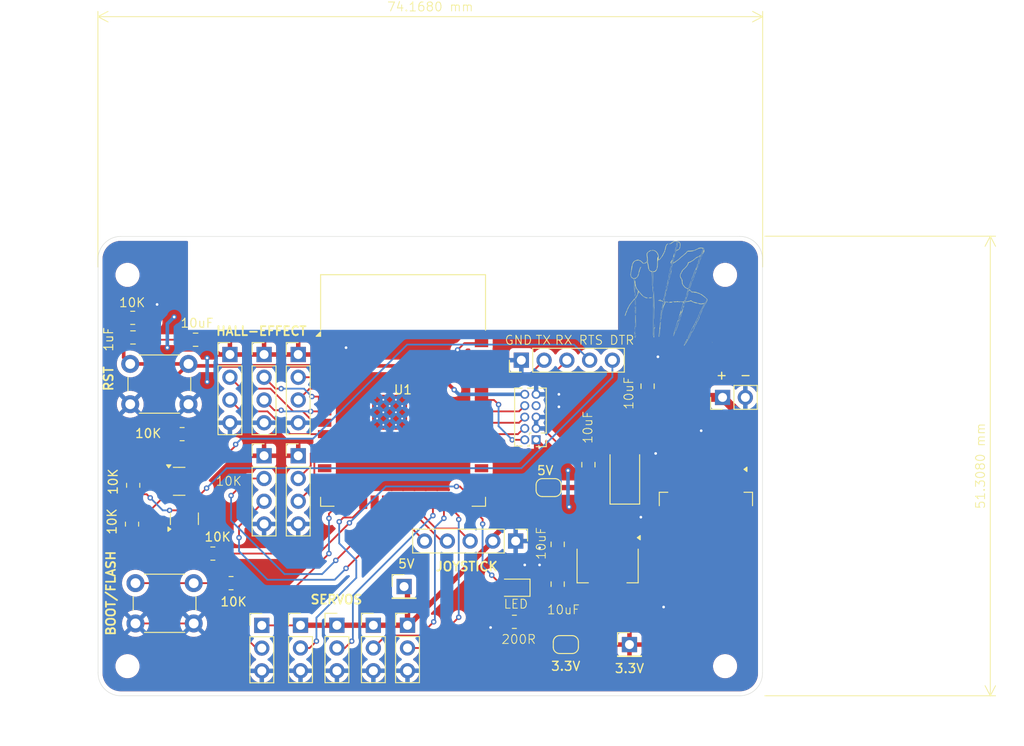
<source format=kicad_pcb>
(kicad_pcb (version 20240108) (generator "pcbnew") (generator_version "8.0")
  (layers (0 "F.Cu" signal) (31 "B.Cu" signal) (34 "B.Paste" user) (35 "F.Paste" user) (36 "B.SilkS" user "B.Silkscreen") (37 "F.SilkS" user "F.Silkscreen") (38 "B.Mask" user) (39 "F.Mask" user) (44 "Edge.Cuts" user))
  (net 0 "")
  (net 1 "GND")
  (net 2 "Net-(BT1-+)")
  (net 3 "/EN")
  (net 4 "+3.3V")
  (net 5 "/RTS")
  (net 6 "+5V")
  (net 7 "/21")
  (net 8 "/ADC0")
  (net 9 "/ADC1")
  (net 10 "/ADC2")
  (net 11 "/ADC3")
  (net 12 "/ADC4")
  (net 13 "/ADC6")
  (net 14 "/ADC5")
  (net 15 "/48")
  (net 16 "/TX")
  (net 17 "/37")
  (net 18 "/36")
  (net 19 "/0ADC")
  (net 20 "/D+")
  (net 21 "/RX")
  (net 22 "/35")
  (net 23 "/45")
  (net 24 "/1ADC")
  (net 25 "/47")
  (net 26 "/D-")
  (net 27 "/DTR")
  (net 28 "/IO42")
  (net 29 "/IO39")
  (net 30 "/ADC7")
  (net 31 "/ADC8")
  (net 32 "/ADC9")
  (net 33 "Net-(D1-K)")
  (net 34 "/3ADC")
  (net 35 "/46")
  (net 36 "/38")
  (net 37 "/7ADC")
  (net 38 "/2ADC")
  (net 39 "/4ADC")
  (net 40 "/5ADC")
  (net 41 "/6ADC")
  (net 42 "Net-(D2-A)")
  (net 43 "/IO41")
  (net 44 "/IO40")
  (net 46 "Net-(Q1-C)")
  (net 47 "Net-(Q1-B)")
  (net 48 "Net-(Q2-E)")
  (net 49 "Net-(Q2-B)")
  (net 50 "/IO0")
  (net 51 "Net-(JP2-A)")
  (net 52 "Net-(D2-K)")
  (footprint "Resistor_SMD:R_0805_2012Metric_Pad1.20x1.40mm_HandSolder" (layer "F.Cu") (at 127.127 103.124)
    (property "Reference" "R4" (hide yes))
    (property "Value" "10k")
  )
  (footprint "MountingHole:MountingHole_2.2mm_M2" (layer "F.Cu") (at 115.57 112.395)
    (property "Reference" "H4" (hide yes))
    (property "Value" "MountingHole")
  )
  (footprint "Connector_PinHeader_2.54mm:PinHeader_1x03_P2.54mm_Vertical" (layer "F.Cu") (at 138.938 107.823)
    (property "Reference" "J3" (hide yes))
    (property "Value" "Conn_01x03_Pin")
  )
  (footprint "Connector_PinHeader_2.54mm:PinHeader_1x03_P2.54mm_Vertical" (layer "F.Cu") (at 134.874 107.823)
    (property "Reference" "J2" (hide yes))
    (property "Value" "Conn_01x03_Pin")
  )
  (footprint "Capacitor_SMD:C_0805_2012Metric_Pad1.18x1.45mm_HandSolder" (layer "F.Cu") (at 163.566 98.788 -90)
    (property "Reference" "C3" (hide yes))
    (property "Value" "10uF")
  )
  (footprint "Connector_PinHeader_2.54mm:PinHeader_1x01_P2.54mm_Vertical" (layer "F.Cu") (at 146.431 103.505)
    (property "Reference" "TP1" (hide yes))
    (property "Value" "TestPoint")
  )
  (footprint "Package_TO_SOT_SMD:TO-263-5_TabPin3" (layer "F.Cu") (at 180.105 97.802 -90)
    (property "Reference" "U3" (hide yes))
    (property "Value" "LM2596S-5")
  )
  (footprint "Connector_PinHeader_2.54mm:PinHeader_1x03_P2.54mm_Vertical" (layer "F.Cu") (at 146.812 107.823)
    (property "Reference" "J5" (hide yes))
    (property "Value" "Conn_01x03_Pin")
  )
  (footprint "Connector_PinHeader_1.27mm:PinHeader_2x05_P1.27mm_Vertical" (layer "F.Cu") (at 161.163 87.122 180)
    (property "Reference" "J7" (hide yes))
    (property "Value" "Conn_ARM_JTAG_SWD_10")
  )
  (footprint "Resistor_SMD:R_0805_2012Metric_Pad1.20x1.40mm_HandSolder" (layer "F.Cu") (at 116.1535 73.503 180)
    (property "Reference" "R1" (hide yes))
    (property "Value" "10k")
  )
  (footprint "Resistor_SMD:R_0805_2012Metric_Pad1.20x1.40mm_HandSolder" (layer "F.Cu") (at 116.205 92.202 90)
    (property "Reference" "R2" (hide yes))
    (property "Value" "10k")
  )
  (footprint "Connector_PinHeader_2.54mm:PinHeader_1x04_P2.54mm_Vertical" (layer "F.Cu") (at 134.62 88.9)
    (property "Reference" "J16" (hide yes))
    (property "Value" "Conn_01x04_Pin")
  )
  (footprint "Resistor_SMD:R_0805_2012Metric_Pad1.20x1.40mm_HandSolder" (layer "F.Cu") (at 116.078 96.536 -90)
    (property "Reference" "R3" (hide yes))
    (property "Value" "10k")
  )
  (footprint "Resistor_SMD:R_0805_2012Metric_Pad1.20x1.40mm_HandSolder" (layer "F.Cu") (at 125.095 99.822)
    (property "Reference" "R9" (hide yes))
    (property "Value" "10k")
  )
  (footprint "Capacitor_SMD:C_0805_2012Metric_Pad1.18x1.45mm_HandSolder" (layer "F.Cu") (at 166.995 89.898 -90)
    (property "Reference" "C6" (hide yes))
    (property "Value" "10uF")
  )
  (footprint "MountingHole:MountingHole_2.2mm_M2" (layer "F.Cu") (at 115.57 68.707)
    (property "Reference" "H2" (hide yes))
    (property "Value" "MountingHole")
  )
  (footprint "Jumper:SolderJumper-2_P1.3mm_Open_RoundedPad1.0x1.5mm" (layer "F.Cu") (at 164.48 109.982)
    (property "Reference" "JP2" (hide yes))
    (property "Value" "SolderJumper_2_Open")
  )
  (footprint "Connector_PinHeader_2.54mm:PinHeader_1x04_P2.54mm_Vertical" (layer "F.Cu") (at 134.62 77.597)
    (property "Reference" "J12" (hide yes))
    (property "Value" "Conn_01x04_Pin")
  )
  (footprint "Connector_PinHeader_2.54mm:PinHeader_1x03_P2.54mm_Vertical" (layer "F.Cu") (at 130.556 107.838)
    (property "Reference" "J1" (hide yes))
    (property "Value" "Conn_01x03_Pin")
  )
  (footprint "Connector_PinHeader_2.54mm:PinHeader_1x05_P2.54mm_Vertical" (layer "F.Cu") (at 158.877 98.425 -90)
    (property "Reference" "J11" (hide yes))
    (property "Value" "Conn_01x05_Pin")
  )
  (footprint "Button_Switch_THT:SW_PUSH_6mm" (layer "F.Cu") (at 115.876 78.649)
    (property "Reference" "SW2" (hide yes))
    (property "Value" "SW_Push")
  )
  (footprint "Jumper:SolderJumper-2_P1.3mm_Open_RoundedPad1.0x1.5mm" (layer "F.Cu") (at 162.56 92.456 180)
    (property "Reference" "JP1" (hide yes))
    (property "Value" "SolderJumper_2_Open")
  )
  (footprint "MountingHole:MountingHole_2.2mm_M2" (layer "F.Cu") (at 182.245 112.395)
    (property "Reference" "H3" (hide yes))
    (property "Value" "MountingHole")
  )
  (footprint "Connector_PinHeader_2.54mm:PinHeader_1x03_P2.54mm_Vertical" (layer "F.Cu") (at 143.002 107.823)
    (property "Reference" "J4" (hide yes))
    (property "Value" "Conn_01x03_Pin")
  )
  (footprint "Package_TO_SOT_SMD:SOT-223-3_TabPin2" (layer "F.Cu") (at 169.14 101.176 -90)
    (property "Reference" "U2" (hide yes))
    (property "Value" "AMS1117-3.3")
  )
  (footprint "Demo:lo" (layer "F.Cu") (at 175.895 70.739)
    (property "Reference" "G***" (hide yes))
    (property "Value" "LOGO" (hide yes))
  )
  (footprint "Resistor_SMD:R_0805_2012Metric_Pad1.20x1.40mm_HandSolder" (layer "F.Cu") (at 158.734 107.442 180)
    (property "Reference" "R5" (hide yes))
    (property "Value" "200")
  )
  (footprint "RF_Module:ESP32-S3-WROOM-1" (layer "F.Cu") (at 146.317 81.587)
    (property "Reference" "U1")
    (property "Value" "ESP32-S3-WROOM-1")
  )
  (footprint "Capacitor_SMD:C_0805_2012Metric_Pad1.18x1.45mm_HandSolder" (layer "F.Cu") (at 123.1685 75.946)
    (property "Reference" "C7" (hide yes))
    (property "Value" "10uF")
  )
  (footprint "Connector_PinHeader_2.54mm:PinHeader_1x04_P2.54mm_Vertical" (layer "F.Cu") (at 130.81 88.9)
    (property "Reference" "J13" (hide yes))
    (property "Value" "Conn_01x04_Pin")
  )
  (footprint "MountingHole:MountingHole_2.2mm_M2" (layer "F.Cu") (at 182.245 68.707)
    (property "Reference" "H1" (hide yes))
    (property "Value" "MountingHole")
  )
  (footprint "Diode_SMD:D_SMA" (layer "F.Cu") (at 171.059 90.787 90)
    (property "Reference" "D2" (hide yes))
    (property "Value" "D_Schottky")
  )
  (footprint "Connector_PinHeader_2.54mm:PinHeader_1x01_P2.54mm_Vertical" (layer "F.Cu") (at 171.577 109.982)
    (property "Reference" "TP2" (hide yes))
    (property "Value" "TestPoint")
  )
  (footprint "Package_TO_SOT_SMD:SOT-23" (layer "F.Cu") (at 121.92 95.9335 90)
    (property "Reference" "Q2" (hide yes))
    (property "Value" "SS8050")
  )
  (footprint "Connector_PinHeader_2.54mm:PinHeader_1x05_P2.54mm_Vertical" (layer "F.Cu") (at 159.512 78.232 90)
    (property "Reference" "J6" (hide yes))
    (property "Value" "Conn_01x05_Pin")
  )
  (footprint "Connector_PinHeader_2.54mm:PinHeader_1x04_P2.54mm_Vertical" (layer "F.Cu") (at 130.81 77.597)
    (property "Reference" "J14" (hide yes))
    (property "Value" "Conn_01x04_Pin")
  )
  (footprint "Capacitor_SMD:C_0805_2012Metric_Pad1.18x1.45mm_HandSolder" (layer "F.Cu") (at 173.599 81.135 90)
    (property "Reference" "C5" (hide yes))
    (property "Value" "10uF")
  )
  (footprint "LED_SMD:LED_0805_2012Metric_Pad1.15x1.40mm_HandSolder" (layer "F.Cu") (at 158.623 103.632 180)
    (property "Reference" "D1" (hide yes))
    (property "Value" "LED")
  )
  (footprint "Capacitor_SMD:C_0805_2012Metric_Pad1.18x1.45mm_HandSolder" (layer "F.Cu") (at 116.1835 75.692 180)
    (property "Reference" "C1" (hide yes))
    (property "Value" "1uF")
  )
  (footprint "Connector_PinHeader_2.54mm:PinHeader_1x04_P2.54mm_Vertical" (layer "F.Cu") (at 127 77.597)
    (property "Reference" "J15" (hide yes))
    (property "Value" "Conn_01x04_Pin")
  )
  (footprint "Button_Switch_THT:SW_PUSH_6mm" (layer "F.Cu") (at 116.459 103.124)
    (property "Reference" "SW1" (hide yes))
    (property "Value" "SW_Push")
  )
  (footprint "Package_TO_SOT_SMD:SOT-23" (layer "F.Cu") (at 121.3335 91.755)
    (property "Reference" "Q1" (hide yes))
    (property "Value" "SS8050")
  )
  (footprint "Connector_PinHeader_2.54mm:PinHeader_1x02_P2.54mm_Vertical" (layer "F.Cu") (at 181.964 82.385 90)
    (property "Reference" "+")
    (property "Value" "2S LiPo 7.4V 2000mAh")
  )
  (footprint "Resistor_SMD:R_0805_2012Metric_Pad1.20x1.40mm_HandSolder" (layer "F.Cu") (at 121.666 86.487 180)
    (property "Reference" "R8" (hide yes))
    (property "Value" "10k")
  )
  (footprint "Capacitor_SMD:C_0805_2012Metric_Pad1.18x1.45mm_HandSolder" (layer "F.Cu") (at 163.566 103.233 90)
    (property "Reference" "C2" (hide yes))
    (property "Value" "10uF")
  )
  (gr_line (start 186.417952 66.931065) (end 186.417952 113.157) (stroke (width 0.05)) (layer "Edge.Cuts"))
  (gr_line (start 114.825986 64.41335) (end 183.896 64.41335) (stroke (width 0.05)) (layer "Edge.Cuts"))
  (gr_arc (start 112.285987 66.929) (mid 113.038524 65.148704) (end 114.825986 64.41335) (stroke (width 0.05)) (layer "Edge.Cuts"))
  (gr_line (start 112.285987 113.157) (end 112.285987 66.929) (stroke (width 0.05)) (layer "Edge.Cuts"))
  (gr_arc (start 114.808 115.697) (mid 113.023584 114.946703) (end 112.285987 113.157) (stroke (width 0.05)) (layer "Edge.Cuts"))
  (gr_line (start 183.896 115.697) (end 114.808 115.697) (stroke (width 0.05)) (layer "Edge.Cuts"))
  (gr_arc (start 183.896 64.41335) (mid 185.679031 65.149273) (end 186.417952 66.931065) (stroke (width 0.05)) (layer "Edge.Cuts"))
  (gr_arc (start 186.41993 113.160238) (mid 185.685037 114.953025) (end 183.896 115.697) (stroke (width 0.05)) (layer "Edge.Cuts"))
  (gr_text "JOYSTICK" (at 149.86 101.854 0) (layer "F.SilkS") (effects (font (size 1 1) (thickness 0.2) (bold yes)) (justify left bottom)))
  (gr_text "10K" (at 114.554 93.345 90) (layer "F.SilkS") (effects (font (size 1 1)) (justify left bottom)))
  (gr_text "10uF" (at 162.306 100.584 90) (layer "F.SilkS") (effects (font (size 1 1) (thickness 0.1)) (justify left bottom)))
  (gr_text "10K\n" (at 125.349 92.329 0) (layer "F.SilkS") (effects (font (size 1 1) (thickness 0.1)) (justify left bottom)))
  (gr_text "10uF" (at 167.513 87.63 90) (layer "F.SilkS") (effects (font (size 1 1) (thickness 0.1)) (justify left bottom)))
  (gr_text "200R" (at 157.226 109.982 0) (layer "F.SilkS") (effects (font (size 1 1) (thickness 0.1)) (justify left bottom)))
  (gr_text "RX\n" (at 163.195 76.581 0) (layer "F.SilkS") (effects (font (size 1 1) (thickness 0.1)) (justify left bottom)))
  (gr_text "10K" (at 114.554 72.39 0) (layer "F.SilkS") (effects (font (size 1 1) (thickness 0.125)) (justify left bottom)))
  (gr_text "GND\n" (at 157.607 76.581 0) (layer "F.SilkS") (effects (font (size 1 1) (thickness 0.1)) (justify left bottom)))
  (gr_text "RST\n" (at 114.046 81.788 90) (layer "F.SilkS") (effects (font (size 1 1) (thickness 0.2) (bold yes)) (justify left bottom)))
  (gr_text "RTS\n" (at 165.862 76.581 0) (layer "F.SilkS") (effects (font (size 1 1) (thickness 0.1)) (justify left bottom)))
  (gr_text "3.3V" (at 164.465 112.395 0) (layer "F.SilkS") (effects (font (size 1 1))))
  (gr_text "BOOT/FLASH" (at 114.3 109.093 90) (layer "F.SilkS") (effects (font (size 1 1) (thickness 0.2) (bold yes)) (justify left bottom)))
  (gr_text "10K" (at 125.857 105.791 0) (layer "F.SilkS") (effects (font (size 1 1)) (justify left bottom)))
  (gr_text "-\n" (at 184.531 79.883 0) (layer "F.SilkS") (effects (font (size 1 1))))
  (gr_text "DTR\n" (at 169.291 76.581 0) (layer "F.SilkS") (effects (font (size 1 1) (thickness 0.1)) (justify left bottom)))
  (gr_text "10K" (at 124.079 98.552 0) (layer "F.SilkS") (effects (font (size 1 1)) (justify left bottom)))
  (gr_text "1uF\n" (at 114.046 77.343 90) (layer "F.SilkS") (effects (font (size 1 1) (thickness 0.125)) (justify left bottom)))
  (gr_text "10uF" (at 172.085 83.82 90) (layer "F.SilkS") (effects (font (size 1 1) (thickness 0.1)) (justify left bottom)))
  (gr_text "5V" (at 146.685 100.965 0) (layer "F.SilkS") (effects (font (size 1 1))))
  (gr_text "10K" (at 114.427 97.79 90) (layer "F.SilkS") (effects (font (size 1 1)) (justify left bottom)))
  (gr_text "10uF" (at 121.412 74.676 0) (layer "F.SilkS") (effects (font (size 1 1) (thickness 0.125)) (justify left bottom)))
  (gr_text "LED" (at 157.48 106.045 0) (layer "F.SilkS") (effects (font (size 1 1) (thickness 0.1)) (justify left bottom)))
  (gr_text "10K" (at 116.332 86.995 0) (layer "F.SilkS") (effects (font (size 1 1)) (justify left bottom)))
  (gr_text "HALL-EFFECT\n" (at 125.349 75.565 0) (layer "F.SilkS") (effects (font (size 1 1) (thickness 0.2) (bold yes)) (justify left bottom)))
  (gr_text "SERVOS" (at 135.89 105.537 0) (layer "F.SilkS") (effects (font (size 1 1) (thickness 0.2) (bold yes)) (justify left bottom)))
  (gr_text "10uF" (at 162.306 106.68 0) (layer "F.SilkS") (effects (font (size 1 1) (thickness 0.1)) (justify left bottom)))
  (gr_text "3.3V" (at 171.577 112.649 0) (layer "F.SilkS") (effects (font (size 1 1))))
  (gr_text "TX\n" (at 161.036 76.581 0) (layer "F.SilkS") (effects (font (size 1 1) (thickness 0.1)) (justify left bottom)))
  (gr_text "5V" (at 162.179 90.551 0) (layer "F.SilkS") (effects (font (size 1 1))))
  (dimension (type aligned) (layer "F.SilkS") (pts (xy 186.436 68.326) (xy 112.268 68.326)) (height 28.447999) (gr_text "74.1680 mm" (at 149.352 38.778001 0) (layer "F.SilkS") (effects (font (size 1 1) (thickness 0.1)))) (format (prefix "") (suffix "") (units 3) (units_format 1) (precision 4)) (style (thickness 0.1) (arrow_length 1.27) (text_position_mode 0) (extension_height 0.58642) (extension_offset 0.5) keep_text_aligned))
  (dimension (type aligned) (layer "F.SilkS") (pts (xy 186.182 64.389) (xy 186.182 115.697)) (height -25.654) (gr_text "51.3080 mm" (at 210.736 90.043 90) (layer "F.SilkS") (effects (font (size 1 1) (thickness 0.1)))) (format (prefix "") (suffix "") (units 3) (units_format 1) (precision 4)) (style (thickness 0.1) (arrow_length 1.27) (text_position_mode 0) (extension_height 0.58642) (extension_offset 0.5) keep_text_aligned))
  (segment (start 177.33 101.727) (end 177.33 103.848) (width 0.2) (layer "F.Cu") (net 1))
  (segment (start 117.475 75.946) (end 122.131 75.946) (width 0.2) (layer "F.Cu") (net 1))
  (segment (start 161.163 82.042) (end 163.703 82.042) (width 0.2) (layer "F.Cu") (net 1))
  (segment (start 176.705 90.152) (end 175.199 88.646) (width 0.2) (layer "F.Cu") (net 1))
  (segment (start 153.162 76.327) (end 152.4 77.089) (width 0.2) (layer "F.Cu") (net 1))
  (segment (start 163.566 99.8255) (end 162.1825 99.8255) (width 0.2) (layer "F.Cu") (net 1))
  (segment (start 137.567 76.327) (end 139.446 76.327) (width 0.2) (layer "F.Cu") (net 1))
  (segment (start 173.599 80.0975) (end 173.599 79.004) (width 0.2) (layer "F.Cu") (net 1))
  (segment (start 162.1825 99.8255) (end 161.544 99.187) (width 0.2) (layer "F.Cu") (net 1))
  (segment (start 171.44 98.026) (end 171.44 97.165) (width 0.2) (layer "F.Cu") (net 1))
  (segment (start 161.9115 85.852) (end 161.163 85.852) (width 0.2) (layer "F.Cu") (net 1))
  (segment (start 162.6475 102.1955) (end 161.544 101.092) (width 0.2) (layer "F.Cu") (net 1))
  (segment (start 161.163 85.852) (end 161.163 84.582) (width 0.2) (layer "F.Cu") (net 1))
  (segment (start 163.566 102.1955) (end 162.6475 102.1955) (width 0.2) (layer "F.Cu") (net 1))
  (segment (start 146.797 112.918) (end 146.812 112.903) (width 0.2) (layer "F.Cu") (net 1))
  (segment (start 171.44 97.165) (end 172.847 95.758) (width 0.2) (layer "F.Cu") (net 1))
  (segment (start 175.925 90.932) (end 174.117 90.932) (width 0.2) (layer "F.Cu") (net 1))
  (segment (start 173.599 79.004) (end 174.752 77.851) (width 0.2) (layer "F.Cu") (net 1))
  (segment (start 130.556 112.918) (end 146.797 112.918) (width 0.2) (layer "F.Cu") (net 1))
  (segment (start 158.877 98.425) (end 158.877 100.076) (width 0.2) (layer "F.Cu") (net 1))
  (segment (start 118.872 74.041) (end 118.872 72.009) (width 0.2) (layer "F.Cu") (net 1))
  (segment (start 162.56 84.582) (end 163.703 83.439) (width 0.2) (layer "F.Cu") (net 1))
  (segment (start 174.117 90.932) (end 174.1135 90.9355) (width 0.2) (layer "F.Cu") (net 1))
  (segment (start 180.105 86.633) (end 179.578 86.106) (width 0.2) (layer "F.Cu") (net 1))
  (segment (start 139.446 76.327) (end 139.954 76.835) (width 0.2) (layer "F.Cu") (net 1))
  (segment (start 156.718 107.442) (end 156.083 108.077) (width 0.2) (layer "F.Cu") (net 1))
  (segment (start 174.1135 90.9355) (end 166.995 90.9355) (width 0.2) (layer "F.Cu") (net 1))
  (segment (start 175.199 88.646) (end 174.498 88.646) (width 0.2) (layer "F.Cu") (net 1))
  (segment (start 161.163 84.582) (end 162.56 84.582) (width 0.2) (layer "F.Cu") (net 1))
  (segment (start 180.105 90.152) (end 180.105 86.633) (width 0.2) (layer "F.Cu") (net 1))
  (segment (start 177.33 103.848) (end 175.387 105.791) (width 0.2) (layer "F.Cu") (net 1))
  (segment (start 117.221 75.692) (end 117.475 75.946) (width 0.2) (layer "F.Cu") (net 1))
  (segment (start 155.067 76.327) (end 153.162 76.327) (width 0.2) (layer "F.Cu") (net 1))
  (segment (start 176.705 90.152) (end 175.925 90.932) (width 0.2) (layer "F.Cu") (net 1))
  (segment (start 157.734 107.442) (end 156.718 107.442) (width 0.2) (layer "F.Cu") (net 1))
  (segment (start 158.877 100.076) (end 159.893 101.092) (width 0.2) (layer "F.Cu") (net 1))
  (segment (start 116.459 107.624) (end 122.959 107.624) (width 0.2) (layer "F.Cu") (net 1))
  (segment (start 166.995 90.9355) (end 161.9115 85.852) (width 0.2) (layer "F.Cu") (net 1))
  (segment (start 117.221 75.692) (end 118.872 74.041) (width 0.2) (layer "F.Cu") (net 1))
  (via (at 175.387 105.791) (size 0.6) (drill 0.3) (layers "F.Cu" "B.Cu") (net 1))
  (via (at 152.4 77.089) (size 0.6) (drill 0.3) (layers "F.Cu" "B.Cu") (net 1))
  (via (at 118.872 72.009) (size 0.6) (drill 0.3) (layers "F.Cu" "B.Cu") (net 1))
  (via (at 161.544 99.187) (size 0.6) (drill 0.3) (layers "F.Cu" "B.Cu") (net 1))
  (via (at 139.954 76.835) (size 0.6) (drill 0.3) (layers "F.Cu" "B.Cu") (net 1))
  (via (at 172.847 95.758) (size 0.6) (drill 0.3) (layers "F.Cu" "B.Cu") (net 1))
  (via (at 159.893 101.092) (size 0.6) (drill 0.3) (layers "F.Cu" "B.Cu") (net 1))
  (via (at 156.083 108.077) (size 0.6) (drill 0.3) (layers "F.Cu" "B.Cu") (net 1))
  (via (at 163.703 82.042) (size 0.6) (drill 0.3) (layers "F.Cu" "B.Cu") (net 1))
  (via (at 163.703 83.439) (size 0.6) (drill 0.3) (layers "F.Cu" "B.Cu") (net 1))
  (via (at 174.498 88.646) (size 0.6) (drill 0.3) (layers "F.Cu" "B.Cu") (net 1))
  (via (at 174.752 77.851) (size 0.6) (drill 0.3) (layers "F.Cu" "B.Cu") (net 1))
  (via (at 161.544 101.092) (size 0.6) (drill 0.3) (layers "F.Cu" "B.Cu") (net 1))
  (via (at 179.578 86.106) (size 0.6) (drill 0.3) (layers "F.Cu" "B.Cu") (net 1))
  (segment (start 173.8115 82.385) (end 173.599 82.1725) (width 1) (layer "F.Cu") (net 2))
  (segment (start 181.964 82.385) (end 173.8115 82.385) (width 1) (layer "F.Cu") (net 2))
  (segment (start 183.505 83.926) (end 183.505 90.152) (width 1) (layer "F.Cu") (net 2))
  (segment (start 181.964 82.385) (end 183.505 83.926) (width 1) (layer "F.Cu") (net 2))
  (segment (start 115.1535 75.6845) (end 115.146 75.692) (width 0.4) (layer "F.Cu") (net 3))
  (segment (start 115.146 77.919) (end 115.876 78.649) (width 0.4) (layer "F.Cu") (net 3))
  (segment (start 120.666 86.487) (end 120.666 80.359) (width 0.4) (layer "F.Cu") (net 3))
  (segment (start 120.666 80.359) (end 122.376 78.649) (width 0.4) (layer "F.Cu") (net 3))
  (segment (start 137.567 78.867) (end 149.352 78.867) (width 0.4) (layer "F.Cu") (net 3))
  (segment (start 115.1535 73.503) (end 115.1535 75.6845) (width 0.4) (layer "F.Cu") (net 3))
  (segment (start 149.352 78.867) (end 152.019 81.534) (width 0.4) (layer "F.Cu") (net 3))
  (segment (start 122.376 78.649) (end 115.876 78.649) (width 0.4) (layer "F.Cu") (net 3))
  (segment (start 122.376 78.649) (end 122.594 78.867) (width 0.4) (layer "F.Cu") (net 3))
  (segment (start 115.146 75.692) (end 115.146 77.919) (width 0.4) (layer "F.Cu") (net 3))
  (segment (start 122.594 78.867) (end 137.567 78.867) (width 0.4) (layer "F.Cu") (net 3))
  (via (at 152.019 81.534) (size 0.6) (drill 0.3) (layers "F.Cu" "B.Cu") (net 3))
  (segment (start 152.527 82.042) (end 159.893 82.042) (width 0.4) (layer "B.Cu") (net 3))
  (segment (start 152.019 81.534) (end 152.527 82.042) (width 0.4) (layer "B.Cu") (net 3))
  (segment (start 123.081 77.071) (end 120.251 77.071) (width 0.4) (layer "F.Cu") (net 4))
  (segment (start 124.206 75.946) (end 124.206 77.724) (width 0.4) (layer "F.Cu") (net 4))
  (segment (start 120.251 77.071) (end 120.015 76.835) (width 0.4) (layer "F.Cu") (net 4))
  (segment (start 124.206 75.946) (end 125.857 77.597) (width 0.4) (layer "F.Cu") (net 4))
  (segment (start 124.206 75.946) (end 123.081 77.071) (width 0.4) (layer "F.Cu") (net 4))
  (segment (start 134.62 88.9) (end 130.81 88.9) (width 0.4) (layer "F.Cu") (net 4))
  (segment (start 164.592 90.551) (end 164.719 90.551) (width 0.4) (layer "F.Cu") (net 4))
  (segment (start 161.163 87.122) (end 164.592 90.551) (width 0.4) (layer "F.Cu") (net 4))
  (segment (start 125.857 77.597) (end 137.567 77.597) (width 0.4) (layer "F.Cu") (net 4))
  (segment (start 124.206 77.724) (end 124.46 77.978) (width 0.4) (layer "F.Cu") (net 4))
  (via (at 120.777 73.406) (size 0.6) (drill 0.3) (layers "F.Cu" "B.Cu") (net 4))
  (via (at 164.846 94.615) (size 0.6) (drill 0.3) (layers "F.Cu" "B.Cu") (net 4))
  (via (at 124.46 77.978) (size 0.6) (drill 0.3) (layers "F.Cu" "B.Cu") (net 4))
  (via (at 124.46 80.645) (size 0.6) (drill 0.3) (layers "F.Cu" "B.Cu") (net 4))
  (via (at 164.719 90.551) (size 0.6) (drill 0.3) (layers "F.Cu" "B.Cu") (net 4))
  (via (at 120.015 76.835) (size 0.6) (drill 0.3) (layers "F.Cu" "B.Cu") (net 4))
  (segment (start 120.015 74.168) (end 120.015 76.835) (width 0.4) (layer "B.Cu") (net 4))
  (segment (start 124.46 77.978) (end 124.46 80.645) (width 0.4) (layer "B.Cu") (net 4))
  (segment (start 164.719 94.488) (end 164.846 94.615) (width 0.4) (layer "B.Cu") (net 4))
  (segment (start 120.777 73.406) (end 120.015 74.168) (width 0.4) (layer "B.Cu") (net 4))
  (segment (start 164.719 90.551) (end 164.719 94.488) (width 0.4) (layer "B.Cu") (net 4))
  (segment (start 122.699052 92.705) (end 127.635 87.769052) (width 0.2) (layer "F.Cu") (net 5))
  (segment (start 120.396 92.705) (end 122.699052 92.705) (width 0.2) (layer "F.Cu") (net 5))
  (segment (start 117.565 95.536) (end 120.396 92.705) (width 0.2) (layer "F.Cu") (net 5))
  (segment (start 127.635 87.769052) (end 127.635 87.63) (width 0.2) (layer "F.Cu") (net 5))
  (segment (start 116.078 95.536) (end 117.565 95.536) (width 0.2) (layer "F.Cu") (net 5))
  (via (at 127.635 87.63) (size 0.6) (drill 0.3) (layers "F.Cu" "B.Cu") (net 5))
  (segment (start 136.271 86.995) (end 146.777 76.489) (width 0.2) (layer "B.Cu") (net 5))
  (segment (start 128.27 86.995) (end 136.271 86.995) (width 0.2) (layer "B.Cu") (net 5))
  (segment (start 127.635 87.63) (end 128.27 86.995) (width 0.2) (layer "B.Cu") (net 5))
  (segment (start 165.389 76.489) (end 167.132 78.232) (width 0.2) (layer "B.Cu") (net 5))
  (segment (start 146.777 76.489) (end 165.389 76.489) (width 0.2) (layer "B.Cu") (net 5))
  (segment (start 146.812 103.886) (end 146.431 103.505) (width 0.6) (layer "F.Cu") (net 6))
  (segment (start 156.337 98.425) (end 146.939 107.823) (width 0.6) (layer "F.Cu") (net 6))
  (segment (start 166.84 98.026) (end 163.8415 98.026) (width 0.6) (layer "F.Cu") (net 6))
  (segment (start 143.002 107.823) (end 138.938 107.823) (width 0.6) (layer "F.Cu") (net 6))
  (segment (start 146.812 107.823) (end 143.002 107.823) (width 0.6) (layer "F.Cu") (net 6))
  (segment (start 130.556 107.838) (end 134.859 107.838) (width 0.2) (layer "F.Cu") (net 6))
  (segment (start 146.812 107.823) (end 146.812 103.886) (width 0.6) (layer "F.Cu") (net 6))
  (segment (start 161.91 92.456) (end 161.91 96.0945) (width 0.6) (layer "F.Cu") (net 6))
  (segment (start 146.939 107.823) (end 146.812 107.823) (width 0.6) (layer "F.Cu") (net 6))
  (segment (start 134.859 107.838) (end 134.874 107.823) (width 0.2) (layer "F.Cu") (net 6))
  (segment (start 161.91 96.0945) (end 163.566 97.7505) (width 0.6) (layer "F.Cu") (net 6))
  (segment (start 138.938 107.823) (end 134.874 107.823) (width 0.6) (layer "F.Cu") (net 6))
  (segment (start 161.91 92.456) (end 156.337 98.029) (width 0.6) (layer "F.Cu") (net 6))
  (segment (start 156.337 98.029) (end 156.337 98.425) (width 0.6) (layer "F.Cu") (net 6))
  (segment (start 138.938 110.363) (end 139.827 110.363) (width 0.2) (layer "F.Cu") (net 7))
  (segment (start 149.649265 94.244265) (end 149.492 94.087) (width 0.2) (layer "F.Cu") (net 7))
  (segment (start 139.827 110.363) (end 140.589 109.601) (width 0.2) (layer "F.Cu") (net 7))
  (segment (start 149.649265 95.587735) (end 149.649265 94.244265) (width 0.2) (layer "F.Cu") (net 7))
  (via (at 140.589 109.601) (size 0.6) (drill 0.3) (layers "F.Cu" "B.Cu") (net 7))
  (via (at 149.649265 95.587735) (size 0.6) (drill 0.3) (layers "F.Cu" "B.Cu") (net 7))
  (segment (start 140.716 109.474) (end 140.589 109.601) (width 0.2) (layer "B.Cu") (net 7))
  (segment (start 149.649265 95.587735) (end 140.716 104.521) (width 0.2) (layer "B.Cu") (net 7))
  (segment (start 140.716 104.521) (end 140.716 109.474) (width 0.2) (layer "B.Cu") (net 7))
  (segment (start 129.936 110.378) (end 130.556 110.378) (width 0.2) (layer "F.Cu") (net 10))
  (segment (start 138.049 95.885) (end 138.049 95.37) (width 0.2) (layer "F.Cu") (net 10))
  (segment (start 128.397 108.839) (end 129.936 110.378) (width 0.2) (layer "F.Cu") (net 10))
  (segment (start 133.223 104.648) (end 130.175 104.648) (width 0.2) (layer "F.Cu") (net 10))
  (segment (start 128.397 106.426) (end 128.397 108.839) (width 0.2) (layer "F.Cu") (net 10))
  (segment (start 130.175 104.648) (end 128.397 106.426) (width 0.2) (layer "F.Cu") (net 10))
  (segment (start 138.049 95.37) (end 139.332 94.087) (width 0.2) (layer "F.Cu") (net 10))
  (segment (start 138.049 99.822) (end 133.223 104.648) (width 0.2) (layer "F.Cu") (net 10))
  (via (at 138.049 95.885) (size 0.6) (drill 0.3) (layers "F.Cu" "B.Cu") (net 10))
  (via (at 138.049 99.822) (size 0.6) (drill 0.3) (layers "F.Cu" "B.Cu") (net 10))
  (segment (start 138.049 99.822) (end 138.049 95.885) (width 0.2) (layer "B.Cu") (net 10))
  (segment (start 134.62 80.137) (end 137.567 80.137) (width 0.2) (layer "F.Cu") (net 11))
  (segment (start 134.62 82.677) (end 135.89 81.407) (width 0.2) (layer "F.Cu") (net 12))
  (segment (start 135.89 81.407) (end 137.567 81.407) (width 0.2) (layer "F.Cu") (net 12))
  (segment (start 131.953 83.82) (end 132.715 83.82) (width 0.2) (layer "F.Cu") (net 13))
  (segment (start 130.81 82.677) (end 131.953 83.82) (width 0.2) (layer "F.Cu") (net 13))
  (segment (start 136.017 83.947) (end 137.567 83.947) (width 0.2) (layer "F.Cu") (net 13))
  (via (at 136.017 83.947) (size 0.6) (drill 0.3) (layers "F.Cu" "B.Cu") (net 13))
  (via (at 132.715 83.82) (size 0.6) (drill 0.3) (layers "F.Cu" "B.Cu") (net 13))
  (segment (start 132.715 83.82) (end 132.842 83.947) (width 0.2) (layer "B.Cu") (net 13))
  (segment (start 132.842 83.947) (end 136.017 83.947) (width 0.2) (layer "B.Cu") (net 13))
  (segment (start 130.81 80.137) (end 132.08 81.407) (width 0.2) (layer "F.Cu") (net 14))
  (segment (start 137.186 82.296) (end 137.567 82.677) (width 0.2) (layer "F.Cu") (net 14))
  (segment (start 136.144 82.296) (end 137.186 82.296) (width 0.2) (layer "F.Cu") (net 14))
  (segment (start 132.08 81.407) (end 132.715 81.407) (width 0.2) (layer "F.Cu") (net 14))
  (via (at 136.144 82.296) (size 0.6) (drill 0.3) (layers "F.Cu" "B.Cu") (net 14))
  (via (at 132.715 81.407) (size 0.6) (drill 0.3) (layers "F.Cu" "B.Cu") (net 14))
  (segment (start 135.255 81.407) (end 136.144 82.296) (width 0.2) (layer "B.Cu") (net 14))
  (segment (start 132.715 81.407) (end 135.255 81.407) (width 0.2) (layer "B.Cu") (net 14))
  (segment (start 152.527 95.631) (end 152.032 95.136) (width 0.2) (layer "F.Cu") (net 15))
  (segment (start 152.032 95.136) (end 152.032 94.087) (width 0.2) (layer "F.Cu") (net 15))
  (segment (start 149.098 110.363) (end 152.527 106.934) (width 0.2) (layer "F.Cu") (net 15))
  (segment (start 152.527 96.012) (end 152.527 95.631) (width 0.2) (layer "F.Cu") (net 15))
  (segment (start 146.812 110.363) (end 149.098 110.363) (width 0.2) (layer "F.Cu") (net 15))
  (via (at 152.527 106.934) (size 0.6) (drill 0.3) (layers "F.Cu" "B.Cu") (net 15))
  (via (at 152.527 96.012) (size 0.6) (drill 0.3) (layers "F.Cu" "B.Cu") (net 15))
  (segment (start 152.527 106.934) (end 152.527 96.012) (width 0.2) (layer "B.Cu") (net 15))
  (segment (start 162.052 78.232) (end 160.039 80.245) (width 0.2) (layer "F.Cu") (net 16))
  (segment (start 155.175 80.245) (end 155.067 80.137) (width 0.2) (layer "F.Cu") (net 16))
  (segment (start 160.039 80.245) (end 155.175 80.245) (width 0.2) (layer "F.Cu") (net 16))
  (segment (start 130.81 93.98) (end 128.016 96.774) (width 0.2) (layer "F.Cu") (net 19))
  (segment (start 144.412 97.015) (end 144.412 94.087) (width 0.2) (layer "F.Cu") (net 19))
  (segment (start 139.954 101.473) (end 144.412 97.015) (width 0.2) (layer "F.Cu") (net 19))
  (segment (start 128.016 96.774) (end 128.016 98.044) (width 0.2) (layer "F.Cu") (net 19))
  (via (at 128.016 98.044) (size 0.6) (drill 0.3) (layers "F.Cu" "B.Cu") (net 19))
  (via (at 139.954 101.473) (size 0.6) (drill 0.3) (layers "F.Cu" "B.Cu") (net 19))
  (segment (start 128.016 99.568) (end 131.191 102.743) (width 0.2) (layer "B.Cu") (net 19))
  (segment (start 138.684 102.743) (end 139.954 101.473) (width 0.2) (layer "B.Cu") (net 19))
  (segment (start 128.016 98.044) (end 128.016 99.568) (width 0.2) (layer "B.Cu") (net 19))
  (segment (start 131.191 102.743) (end 138.684 102.743) (width 0.2) (layer "B.Cu") (net 19))
  (segment (start 164.592 78.232) (end 162.052 80.772) (width 0.2) (layer "F.Cu") (net 21))
  (segment (start 155.597 81.407) (end 155.067 81.407) (width 0.2) (layer "F.Cu") (net 21))
  (segment (start 162.052 80.772) (end 156.232 80.772) (width 0.2) (layer "F.Cu") (net 21))
  (segment (start 156.232 80.772) (end 155.597 81.407) (width 0.2) (layer "F.Cu") (net 21))
  (segment (start 156.21 102.235) (end 156.21 102.244) (width 0.2) (layer "F.Cu") (net 23))
  (segment (start 153.302 94.087) (end 154.8295 95.6145) (width 0.2) (layer "F.Cu") (net 23))
  (segment (start 154.8295 95.6145) (end 155.194 95.979) (width 0.2) (layer "F.Cu") (net 23))
  (segment (start 156.21 102.244) (end 157.598 103.632) (width 0.2) (layer "F.Cu") (net 23))
  (segment (start 155.194 95.979) (end 155.194 96.52) (width 0.2) (layer "F.Cu") (net 23))
  (via (at 155.194 96.52) (size 0.6) (drill 0.3) (layers "F.Cu" "B.Cu") (net 23))
  (via (at 156.21 102.235) (size 0.6) (drill 0.3) (layers "F.Cu" "B.Cu") (net 23))
  (segment (start 155.187 96.527) (end 155.187 101.212) (width 0.2) (layer "B.Cu") (net 23))
  (segment (start 155.194 96.52) (end 155.187 96.527) (width 0.2) (layer "B.Cu") (net 23))
  (segment (start 155.187 101.212) (end 156.21 102.235) (width 0.2) (layer "B.Cu") (net 23))
  (segment (start 148.717 98.425) (end 145.682 95.39) (width 0.2) (layer "F.Cu") (net 24))
  (segment (start 145.682 95.39) (end 145.682 94.087) (width 0.2) (layer "F.Cu") (net 24))
  (segment (start 150.876 95.885) (end 150.876 94.201) (width 0.2) (layer "F.Cu") (net 25))
  (segment (start 150.876 94.201) (end 150.762 94.087) (width 0.2) (layer "F.Cu") (net 25))
  (segment (start 148.202 108.973) (end 149.733 107.442) (width 0.2) (layer "F.Cu") (net 25))
  (segment (start 144.392 108.973) (end 148.202 108.973) (width 0.2) (layer "F.Cu") (net 25))
  (segment (start 143.002 110.363) (end 144.392 108.973) (width 0.2) (layer "F.Cu") (net 25))
  (via (at 149.733 107.442) (size 0.6) (drill 0.3) (layers "F.Cu" "B.Cu") (net 25))
  (via (at 150.876 95.885) (size 0.6) (drill 0.3) (layers "F.Cu" "B.Cu") (net 25))
  (segment (start 149.867 96.894) (end 149.867 107.308) (width 0.2) (layer "B.Cu") (net 25))
  (segment (start 149.867 107.308) (end 149.733 107.442) (width 0.2) (layer "B.Cu") (net 25))
  (segment (start 150.876 95.885) (end 149.867 96.894) (width 0.2) (layer "B.Cu") (net 25))
  (segment (start 120.269 94.996) (end 121.92 94.996) (width 0.2) (layer "F.Cu") (net 27))
  (segment (start 117.713 93.202) (end 118.11 93.599) (width 0.2) (layer "F.Cu") (net 27))
  (segment (start 116.205 93.202) (end 117.713 93.202) (width 0.2) (layer "F.Cu") (net 27))
  (segment (start 124.3965 92.5195) (end 121.92 94.996) (width 0.2) (layer "F.Cu") (net 27))
  (via (at 120.269 94.996) (size 0.6) (drill 0.3) (layers "F.Cu" "B.Cu") (net 27))
  (via (at 124.3965 92.5195) (size 0.6) (drill 0.3) (layers "F.Cu" "B.Cu") (net 27))
  (via (at 118.11 93.599) (size 0.6) (drill 0.3) (layers "F.Cu" "B.Cu") (net 27))
  (segment (start 159.519 90.29) (end 169.672 80.137) (width 0.2) (layer "B.Cu") (net 27))
  (segment (start 119.507 94.996) (end 120.269 94.996) (width 0.2) (layer "B.Cu") (net 27))
  (segment (start 126.626 90.29) (end 159.519 90.29) (width 0.2) (layer "B.Cu") (net 27))
  (segment (start 124.3965 92.5195) (end 126.626 90.29) (width 0.2) (layer "B.Cu") (net 27))
  (segment (start 169.672 80.137) (end 169.672 78.232) (width 0.2) (layer "B.Cu") (net 27))
  (segment (start 118.11 93.599) (end 119.507 94.996) (width 0.2) (layer "B.Cu") (net 27))
  (segment (start 156.972 83.185) (end 156.464 82.677) (width 0.2) (layer "F.Cu") (net 28))
  (segment (start 159.893 87.122) (end 158.496 87.122) (width 0.2) (layer "F.Cu") (net 28))
  (segment (start 156.464 82.677) (end 155.067 82.677) (width 0.2) (layer "F.Cu") (net 28))
  (via (at 156.972 83.185) (size 0.6) (drill 0.3) (layers "F.Cu" "B.Cu") (net 28))
  (via (at 158.496 87.122) (size 0.6) (drill 0.3) (layers "F.Cu" "B.Cu") (net 28))
  (segment (start 156.972 83.185) (end 156.972 85.598) (width 0.2) (layer "B.Cu") (net 28))
  (segment (start 156.972 85.598) (end 158.496 87.122) (width 0.2) (layer "B.Cu") (net 28))
  (segment (start 159.893 85.852) (end 159.766 85.852) (width 0.2) (layer "F.Cu") (net 29))
  (segment (start 159.766 85.852) (end 159.131 86.487) (width 0.2) (layer "F.Cu") (net 29))
  (segment (start 159.131 86.487) (end 155.067 86.487) (width 0.2) (layer "F.Cu") (net 29))
  (segment (start 141.872 94.617) (end 141.872 94.087) (width 0.2) (layer "F.Cu") (net 31))
  (segment (start 139.665 95.793) (end 140.696 95.793) (width 0.2) (layer "F.Cu") (net 31))
  (segment (start 134.874 110.363) (end 135.89 110.363) (width 0.2) (layer "F.Cu") (net 31))
  (segment (start 135.89 110.363) (end 136.652 109.601) (width 0.2) (layer "F.Cu") (net 31))
  (segment (start 139.192 96.266) (end 139.665 95.793) (width 0.2) (layer "F.Cu") (net 31))
  (segment (start 140.696 95.793) (end 141.872 94.617) (width 0.2) (layer "F.Cu") (net 31))
  (via (at 139.192 96.266) (size 0.6) (drill 0.3) (layers "F.Cu" "B.Cu") (net 31))
  (via (at 136.652 109.601) (size 0.6) (drill 0.3) (layers "F.Cu" "B.Cu") (net 31))
  (segment (start 139.192 98.679) (end 141.097 100.584) (width 0.2) (layer "B.Cu") (net 31))
  (segment (start 136.652 106.977264) (end 136.652 109.601) (width 0.2) (layer "B.Cu") (net 31))
  (segment (start 141.097 102.532264) (end 136.652 106.977264) (width 0.2) (layer "B.Cu") (net 31))
  (segment (start 139.192 96.266) (end 139.192 98.679) (width 0.2) (layer "B.Cu") (net 31))
  (segment (start 141.097 100.584) (end 141.097 102.532264) (width 0.2) (layer "B.Cu") (net 31))
  (segment (start 130.81 91.44) (end 129.032 91.44) (width 0.2) (layer "F.Cu") (net 32))
  (segment (start 138.811 100.584) (end 143.142 96.253) (width 0.2) (layer "F.Cu") (net 32))
  (segment (start 143.142 96.253) (end 143.142 94.087) (width 0.2) (layer "F.Cu") (net 32))
  (segment (start 129.032 91.44) (end 127.127 93.345) (width 0.2) (layer "F.Cu") (net 32))
  (via (at 127.127 93.345) (size 0.6) (drill 0.3) (layers "F.Cu" "B.Cu") (net 32))
  (via (at 138.811 100.584) (size 0.6) (drill 0.3) (layers "F.Cu" "B.Cu") (net 32))
  (segment (start 127.127 96.139) (end 133.096 102.108) (width 0.2) (layer "B.Cu") (net 32))
  (segment (start 133.096 102.108) (end 137.287 102.108) (width 0.2) (layer "B.Cu") (net 32))
  (segment (start 127.127 93.345) (end 127.127 96.139) (width 0.2) (layer "B.Cu") (net 32))
  (segment (start 137.287 102.108) (end 138.811 100.584) (width 0.2) (layer "B.Cu") (net 32))
  (segment (start 159.648 103.632) (end 159.648 107.356) (width 0.2) (layer "F.Cu") (net 33))
  (segment (start 159.648 107.356) (end 159.734 107.442) (width 0.2) (layer "F.Cu") (net 33))
  (segment (start 152.4 97.028) (end 149.987 97.028) (width 0.2) (layer "F.Cu") (net 34))
  (segment (start 148.222 95.263) (end 148.222 94.087) (width 0.2) (layer "F.Cu") (net 34))
  (segment (start 153.797 98.425) (end 152.4 97.028) (width 0.2) (layer "F.Cu") (net 34))
  (segment (start 149.987 97.028) (end 148.222 95.263) (width 0.2) (layer "F.Cu") (net 34))
  (segment (start 134.62 93.98) (end 136.417 92.183) (width 0.2) (layer "F.Cu") (net 37))
  (segment (start 137.033 89.027) (end 137.567 89.027) (width 0.2) (layer "F.Cu") (net 37))
  (segment (start 136.417 89.643) (end 137.033 89.027) (width 0.2) (layer "F.Cu") (net 37))
  (segment (start 136.417 92.183) (end 136.417 89.643) (width 0.2) (layer "F.Cu") (net 37))
  (segment (start 150.622 98.425) (end 146.952 94.755) (width 0.2) (layer "F.Cu") (net 38))
  (segment (start 151.257 98.425) (end 150.622 98.425) (width 0.2) (layer "F.Cu") (net 38))
  (segment (start 146.952 94.755) (end 146.952 94.087) (width 0.2) (layer "F.Cu") (net 38))
  (segment (start 134.054314 83.947) (end 135.128 83.947) (width 0.2) (layer "F.Cu") (net 39))
  (segment (start 127 80.137) (end 128.27 81.407) (width 0.2) (layer "F.Cu") (net 39))
  (segment (start 136.398 85.217) (end 137.567 85.217) (width 0.2) (layer "F.Cu") (net 39))
  (segment (start 131.514314 81.407) (end 134.054314 83.947) (width 0.2) (layer "F.Cu") (net 39))
  (segment (start 128.27 81.407) (end 131.514314 81.407) (width 0.2) (layer "F.Cu") (net 39))
  (segment (start 135.128 83.947) (end 136.398 85.217) (width 0.2) (layer "F.Cu") (net 39))
  (segment (start 133.731 86.487) (end 137.567 86.487) (width 0.2) (layer "F.Cu") (net 40))
  (segment (start 127 82.677) (end 128.27 83.947) (width 0.2) (layer "F.Cu") (net 40))
  (segment (start 131.191 83.947) (end 133.731 86.487) (width 0.2) (layer "F.Cu") (net 40))
  (segment (start 128.27 83.947) (end 131.191 83.947) (width 0.2) (layer "F.Cu") (net 40))
  (segment (start 136.017 90.043) (end 136.017 88.646) (width 0.2) (layer "F.Cu") (net 41))
  (segment (start 136.017 88.646) (end 136.906 87.757) (width 0.2) (layer "F.Cu") (net 41))
  (segment (start 136.906 87.757) (end 137.567 87.757) (width 0.2) (layer "F.Cu") (net 41))
  (segment (start 134.62 91.44) (end 136.017 90.043) (width 0.2) (layer "F.Cu") (net 41))
  (segment (start 171.059 87.739) (end 171.059 88.787) (width 0.6) (layer "F.Cu") (net 42))
  (segment (start 181.219 93.454) (end 178.933 93.454) (width 0.6) (layer "F.Cu") (net 42))
  (segment (start 181.805 92.868) (end 181.219 93.454) (width 0.6) (layer "F.Cu") (net 42))
  (segment (start 178.405 90.152) (end 178.405 87.852) (width 0.6) (layer "F.Cu") (net 42))
  (segment (start 178.405 92.926) (end 178.405 90.152) (width 0.6) (layer "F.Cu") (net 42))
  (segment (start 178.405 87.852) (end 176.895 86.342) (width 0.6) (layer "F.Cu") (net 42))
  (segment (start 171.059 88.787) (end 167.0685 88.787) (width 0.6) (layer "F.Cu") (net 42))
  (segment (start 181.805 90.152) (end 181.805 92.868) (width 0.6) (layer "F.Cu") (net 42))
  (segment (start 176.895 86.342) (end 172.456 86.342) (width 0.6) (layer "F.Cu") (net 42))
  (segment (start 172.456 86.342) (end 171.059 87.739) (width 0.6) (layer "F.Cu") (net 42))
  (segment (start 178.933 93.454) (end 178.405 92.926) (width 0.6) (layer "F.Cu") (net 42))
  (segment (start 167.0685 88.787) (end 166.995 88.8605) (width 0.6) (layer "F.Cu") (net 42))
  (segment (start 159.893 83.312) (end 159.258 83.947) (width 0.2) (layer "F.Cu") (net 43))
  (segment (start 159.258 83.947) (end 155.067 83.947) (width 0.2) (layer "F.Cu") (net 43))
  (segment (start 159.258 85.217) (end 155.067 85.217) (width 0.2) (layer "F.Cu") (net 44))
  (segment (start 159.893 84.582) (end 159.258 85.217) (width 0.2) (layer "F.Cu") (net 44))
  (segment (start 122.666 91.36) (end 122.271 91.755) (width 0.2) (layer "F.Cu") (net 46))
  (segment (start 122.666 86.487) (end 122.666 91.36) (width 0.2) (layer "F.Cu") (net 46))
  (segment (start 119.999 91.202) (end 120.396 90.805) (width 0.2) (layer "F.Cu") (net 47))
  (segment (start 116.205 91.202) (end 119.999 91.202) (width 0.2) (layer "F.Cu") (net 47))
  (segment (start 122.87 96.871) (end 122.87 98.597) (width 0.2) (layer "F.Cu") (net 48))
  (segment (start 122.87 98.597) (end 124.095 99.822) (width 0.2) (layer "F.Cu") (net 48))
  (segment (start 116.078 97.536) (end 120.305 97.536) (width 0.2) (layer "F.Cu") (net 49))
  (segment (start 120.305 97.536) (end 120.97 96.871) (width 0.2) (layer "F.Cu") (net 49))
  (segment (start 152.273 92.329) (end 152.654 92.329) (width 0.2) (layer "F.Cu") (net 50))
  (segment (start 126.095 103.092) (end 126.127 103.124) (width 0.2) (layer "F.Cu") (net 50))
  (segment (start 126.095 99.822) (end 136.906 99.822) (width 0.2) (layer "F.Cu") (net 50))
  (segment (start 152.654 92.329) (end 153.162 92.837) (width 0.2) (layer "F.Cu") (net 50))
  (segment (start 126.095 99.822) (end 126.095 103.092) (width 0.2) (layer "F.Cu") (net 50))
  (segment (start 136.906 99.822) (end 140.335 96.393) (width 0.2) (layer "F.Cu") (net 50))
  (segment (start 122.959 103.124) (end 126.127 103.124) (width 0.2) (layer "F.Cu") (net 50))
  (segment (start 116.459 103.124) (end 122.959 103.124) (width 0.2) (layer "F.Cu") (net 50))
  (segment (start 153.162 92.837) (end 155.067 92.837) (width 0.2) (layer "F.Cu") (net 50))
  (via (at 152.273 92.329) (size 0.6) (drill 0.3) (layers "F.Cu" "B.Cu") (net 50))
  (via (at 140.335 96.393) (size 0.6) (drill 0.3) (layers "F.Cu" "B.Cu") (net 50))
  (segment (start 144.399 92.329) (end 152.273 92.329) (width 0.2) (layer "B.Cu") (net 50))
  (segment (start 140.335 96.393) (end 144.399 92.329) (width 0.2) (layer "B.Cu") (net 50))
  (segment (start 163.566 104.2705) (end 163.566 104.277) (width 0.4) (layer "F.Cu") (net 51))
  (segment (start 169.14 98.026) (end 169.14 104.326) (width 0.4) (layer "F.Cu") (net 51))
  (segment (start 163.6215 104.326) (end 163.566 104.2705) (width 0.4) (layer "F.Cu") (net 51))
  (segment (start 163.83 104.541) (end 163.83 109.982) (width 0.4) (layer "F.Cu") (net 51))
  (segment (start 163.566 104.277) (end 163.83 104.541) (width 0.4) (layer "F.Cu") (net 51))
  (segment (start 169.14 104.326) (end 163.6215 104.326) (width 0.4) (layer "F.Cu") (net 51))
  (segment (start 170.25863 92.456) (end 170.493315 92.221315) (width 0.6) (layer "F.Cu") (net 52))
  (segment (start 163.21 92.456) (end 170.25863 92.456) (width 0.6) (layer "F.Cu") (net 52))
  (segment (start 171.059 92.787) (end 170.8485 92.9975) (width 0.6) (layer "F.Cu") (net 52))
  (zone (net 4) (net_name "+3.3V") (layer "F.Cu") (connect_pads (clearance 0.5)) (min_thickness 0.25) (fill yes (thermal_gap 0.5) (thermal_bridge_width 0.5))
    (polygon (pts (xy 101.346 50.927) (xy 190.754 50.927) (xy 191.135 51.308) (xy 191.135 121.285) (xy 101.981 121.285) (xy 101.346 120.65)))
  )
  (zone (net 1) (net_name "GND") (layer "B.Cu") (priority 1) (connect_pads (clearance 0.5)) (min_thickness 0.25) (fill yes (thermal_gap 0.5) (thermal_bridge_width 0.5))
    (polygon (pts (xy 101.346 50.927) (xy 190.754 50.927) (xy 191.135 51.308) (xy 191.135 121.285) (xy 101.981 121.285) (xy 101.346 120.65)))
  )
)
</source>
